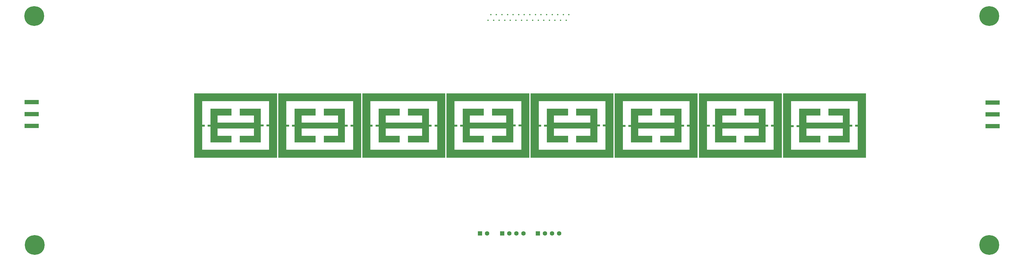
<source format=gbr>
%TF.GenerationSoftware,Altium Limited,Altium Designer,24.4.1 (13)*%
G04 Layer_Color=8388736*
%FSLAX45Y45*%
%MOMM*%
%TF.SameCoordinates,4FF739F8-A24E-4C84-90D3-729B67262028*%
%TF.FilePolarity,Negative*%
%TF.FileFunction,Soldermask,Top*%
%TF.Part,Single*%
G01*
G75*
%TA.AperFunction,ViaPad*%
%ADD25C,0.50000*%
%TA.AperFunction,ConnectorPad*%
%ADD37R,5.18000X1.62000*%
%TA.AperFunction,SMDPad,CuDef*%
%ADD38R,1.50000X0.65000*%
%TA.AperFunction,ComponentPad*%
%ADD39C,7.09999*%
%ADD40C,1.60800*%
%ADD41R,1.60800X1.60800*%
G36*
X11634394Y10171928D02*
X11635336Y10171642D01*
X11636205Y10171177D01*
X11636967Y10170553D01*
X11637591Y10169791D01*
X11638055Y10168923D01*
X11638341Y10167980D01*
X11638438Y10167000D01*
Y7867000D01*
X11638341Y7866020D01*
X11638055Y7865077D01*
X11637591Y7864209D01*
X11636967Y7863447D01*
X11636205Y7862823D01*
X11635336Y7862358D01*
X11634394Y7862072D01*
X11633414Y7861976D01*
X8673414D01*
X8672434Y7862072D01*
X8671492Y7862358D01*
X8670623Y7862823D01*
X8669862Y7863447D01*
X8669237Y7864209D01*
X8668773Y7865077D01*
X8668487Y7866020D01*
X8668390Y7867000D01*
Y10167000D01*
X8668487Y10167980D01*
X8668773Y10168923D01*
X8669237Y10169791D01*
X8669862Y10170553D01*
X8670623Y10171177D01*
X8671492Y10171642D01*
X8672434Y10171928D01*
X8673414Y10172024D01*
X11633414D01*
X11634394Y10171928D01*
D02*
G37*
G36*
X14649011D02*
X14649953Y10171642D01*
X14650822Y10171177D01*
X14651584Y10170553D01*
X14652208Y10169791D01*
X14652672Y10168923D01*
X14652959Y10167980D01*
X14653055Y10167000D01*
Y7867000D01*
X14652959Y7866020D01*
X14652672Y7865077D01*
X14652208Y7864209D01*
X14651584Y7863447D01*
X14650822Y7862823D01*
X14649953Y7862358D01*
X14649011Y7862072D01*
X14648032Y7861976D01*
X11688031D01*
X11687051Y7862072D01*
X11686109Y7862358D01*
X11685240Y7862823D01*
X11684479Y7863447D01*
X11683854Y7864209D01*
X11683390Y7865077D01*
X11683104Y7866020D01*
X11683007Y7867000D01*
Y10167000D01*
X11683104Y10167980D01*
X11683390Y10168923D01*
X11683854Y10169791D01*
X11684479Y10170553D01*
X11685240Y10171177D01*
X11686109Y10171642D01*
X11687051Y10171928D01*
X11688031Y10172024D01*
X14648032D01*
X14649011Y10171928D01*
D02*
G37*
G36*
X17663628D02*
X17664571Y10171642D01*
X17665439Y10171177D01*
X17666200Y10170553D01*
X17666824Y10169791D01*
X17667290Y10168923D01*
X17667577Y10167980D01*
X17667673Y10167000D01*
Y7867000D01*
X17667577Y7866020D01*
X17667290Y7865077D01*
X17666824Y7864209D01*
X17666200Y7863447D01*
X17665439Y7862823D01*
X17664571Y7862358D01*
X17663628Y7862072D01*
X17662648Y7861976D01*
X14702647D01*
X14701668Y7862072D01*
X14700726Y7862358D01*
X14699857Y7862823D01*
X14699097Y7863447D01*
X14698471Y7864209D01*
X14698007Y7865077D01*
X14697720Y7866020D01*
X14697624Y7867000D01*
Y10167000D01*
X14697720Y10167980D01*
X14698007Y10168923D01*
X14698471Y10169791D01*
X14699097Y10170553D01*
X14699857Y10171177D01*
X14700726Y10171642D01*
X14701668Y10171928D01*
X14702647Y10172024D01*
X17662648D01*
X17663628Y10171928D01*
D02*
G37*
G36*
X20678246D02*
X20679187Y10171642D01*
X20680057Y10171177D01*
X20680818Y10170553D01*
X20681442Y10169791D01*
X20681908Y10168923D01*
X20682193Y10167980D01*
X20682289Y10167000D01*
Y7867000D01*
X20682193Y7866020D01*
X20681908Y7865077D01*
X20681442Y7864209D01*
X20680818Y7863447D01*
X20680057Y7862823D01*
X20679187Y7862358D01*
X20678246Y7862072D01*
X20677264Y7861976D01*
X17717265D01*
X17716286Y7862072D01*
X17715343Y7862358D01*
X17714474Y7862823D01*
X17713713Y7863447D01*
X17713087Y7864209D01*
X17712624Y7865077D01*
X17712338Y7866020D01*
X17712241Y7867000D01*
Y10167000D01*
X17712338Y10167980D01*
X17712624Y10168923D01*
X17713087Y10169791D01*
X17713713Y10170553D01*
X17714474Y10171177D01*
X17715343Y10171642D01*
X17716286Y10171928D01*
X17717265Y10172024D01*
X20677264D01*
X20678246Y10171928D01*
D02*
G37*
G36*
X23692862D02*
X23693805Y10171642D01*
X23694673Y10171177D01*
X23695435Y10170553D01*
X23696059Y10169791D01*
X23696524Y10168923D01*
X23696809Y10167980D01*
X23696906Y10167000D01*
Y7867000D01*
X23696809Y7866020D01*
X23696524Y7865077D01*
X23696059Y7864209D01*
X23695435Y7863447D01*
X23694673Y7862823D01*
X23693805Y7862358D01*
X23692862Y7862072D01*
X23691882Y7861976D01*
X20731882D01*
X20730902Y7862072D01*
X20729961Y7862358D01*
X20729091Y7862823D01*
X20728329Y7863447D01*
X20727705Y7864209D01*
X20727242Y7865077D01*
X20726955Y7866020D01*
X20726859Y7867000D01*
Y10167000D01*
X20726955Y10167980D01*
X20727242Y10168923D01*
X20727705Y10169791D01*
X20728329Y10170553D01*
X20729091Y10171177D01*
X20729961Y10171642D01*
X20730902Y10171928D01*
X20731882Y10172024D01*
X23691882D01*
X23692862Y10171928D01*
D02*
G37*
G36*
X26707480D02*
X26708423Y10171642D01*
X26709290Y10171177D01*
X26710052Y10170553D01*
X26710675Y10169791D01*
X26711142Y10168923D01*
X26711426Y10167980D01*
X26711523Y10167000D01*
Y7867000D01*
X26711426Y7866020D01*
X26711142Y7865077D01*
X26710675Y7864209D01*
X26710052Y7863447D01*
X26709290Y7862823D01*
X26708423Y7862358D01*
X26707480Y7862072D01*
X26706500Y7861976D01*
X23746500D01*
X23745518Y7862072D01*
X23744577Y7862358D01*
X23743707Y7862823D01*
X23742947Y7863447D01*
X23742322Y7864209D01*
X23741858Y7865077D01*
X23741573Y7866020D01*
X23741475Y7867000D01*
Y10167000D01*
X23741573Y10167980D01*
X23741858Y10168923D01*
X23742322Y10169791D01*
X23742947Y10170553D01*
X23743707Y10171177D01*
X23744577Y10171642D01*
X23745518Y10171928D01*
X23746500Y10172024D01*
X26706500D01*
X26707480Y10171928D01*
D02*
G37*
G36*
X29725363D02*
X29726306Y10171642D01*
X29727173Y10171177D01*
X29727936Y10170553D01*
X29728558Y10169791D01*
X29729025Y10168923D01*
X29729309Y10167980D01*
X29729407Y10167000D01*
Y7867000D01*
X29729309Y7866020D01*
X29729025Y7865077D01*
X29728558Y7864209D01*
X29727936Y7863447D01*
X29727173Y7862823D01*
X29726306Y7862358D01*
X29725363Y7862072D01*
X29724380Y7861976D01*
X26764383D01*
X26763403Y7862072D01*
X26762460Y7862358D01*
X26761591Y7862823D01*
X26760831Y7863447D01*
X26760205Y7864209D01*
X26759741Y7865077D01*
X26759454Y7866020D01*
X26759357Y7867000D01*
Y10167000D01*
X26759454Y10167980D01*
X26759741Y10168923D01*
X26760205Y10169791D01*
X26760831Y10170553D01*
X26761591Y10171177D01*
X26762460Y10171642D01*
X26763403Y10171928D01*
X26764383Y10172024D01*
X29724380D01*
X29725363Y10171928D01*
D02*
G37*
G36*
X32739978D02*
X32740921Y10171642D01*
X32741791Y10171177D01*
X32742551Y10170553D01*
X32743176Y10169791D01*
X32743640Y10168923D01*
X32743927Y10167980D01*
X32744022Y10167000D01*
Y7867000D01*
X32743927Y7866020D01*
X32743640Y7865077D01*
X32743176Y7864209D01*
X32742551Y7863447D01*
X32741791Y7862823D01*
X32740921Y7862358D01*
X32739978Y7862072D01*
X32738998Y7861976D01*
X29778998D01*
X29778018Y7862072D01*
X29777078Y7862358D01*
X29776208Y7862823D01*
X29775446Y7863447D01*
X29774823Y7864209D01*
X29774359Y7865077D01*
X29774072Y7866020D01*
X29773975Y7867000D01*
Y10167000D01*
X29774072Y10167980D01*
X29774359Y10168923D01*
X29774823Y10169791D01*
X29775446Y10170553D01*
X29776208Y10171177D01*
X29777078Y10171642D01*
X29778018Y10171928D01*
X29778998Y10172024D01*
X32738998D01*
X32739978Y10171928D01*
D02*
G37*
%LPC*%
G36*
X11348390Y9891976D02*
X8958438D01*
Y8152024D01*
X11348390D01*
Y9891976D01*
D02*
G37*
%LPD*%
G36*
X11054394Y9621928D02*
X11055337Y9621642D01*
X11056205Y9621177D01*
X11056967Y9620553D01*
X11057591Y9619791D01*
X11058056Y9618923D01*
X11058342Y9617980D01*
X11058438Y9617000D01*
Y8417000D01*
X11058342Y8416020D01*
X11058056Y8415077D01*
X11057591Y8414209D01*
X11056967Y8413447D01*
X11056205Y8412823D01*
X11055337Y8412358D01*
X11054394Y8412072D01*
X11053414Y8411976D01*
X10303414D01*
X10302434Y8412072D01*
X10301491Y8412358D01*
X10300623Y8412823D01*
X10299861Y8413447D01*
X10299237Y8414209D01*
X10298772Y8415077D01*
X10298486Y8416020D01*
X10298390Y8417000D01*
Y8647000D01*
X10298486Y8647980D01*
X10298772Y8648923D01*
X10299237Y8649791D01*
X10299861Y8650553D01*
X10300623Y8651177D01*
X10301491Y8651642D01*
X10302434Y8651928D01*
X10303414Y8652024D01*
X10808390D01*
Y8911976D01*
X9508438D01*
Y8652024D01*
X10003414D01*
X10004394Y8651928D01*
X10005337Y8651642D01*
X10006205Y8651177D01*
X10006967Y8650553D01*
X10007591Y8649791D01*
X10008056Y8648923D01*
X10008342Y8647980D01*
X10008438Y8647000D01*
Y8417000D01*
X10008342Y8416020D01*
X10008056Y8415077D01*
X10007591Y8414209D01*
X10006967Y8413447D01*
X10006205Y8412823D01*
X10005337Y8412358D01*
X10004394Y8412072D01*
X10003414Y8411976D01*
X9253414D01*
X9252434Y8412072D01*
X9251492Y8412358D01*
X9250623Y8412823D01*
X9249861Y8413447D01*
X9249237Y8414209D01*
X9248772Y8415077D01*
X9248486Y8416020D01*
X9248390Y8417000D01*
Y9617000D01*
X9248486Y9617980D01*
X9248772Y9618923D01*
X9249237Y9619791D01*
X9249861Y9620553D01*
X9250623Y9621177D01*
X9251492Y9621642D01*
X9252434Y9621928D01*
X9253414Y9622024D01*
X10003414D01*
X10004394Y9621928D01*
X10005337Y9621642D01*
X10006205Y9621177D01*
X10006967Y9620553D01*
X10007591Y9619791D01*
X10008056Y9618923D01*
X10008342Y9617980D01*
X10008438Y9617000D01*
Y9387000D01*
X10008342Y9386020D01*
X10008056Y9385077D01*
X10007591Y9384209D01*
X10006967Y9383447D01*
X10006205Y9382823D01*
X10005337Y9382358D01*
X10004394Y9382072D01*
X10003414Y9381976D01*
X9508438D01*
Y9122024D01*
X10808390D01*
Y9381976D01*
X10303414D01*
X10302434Y9382072D01*
X10301491Y9382358D01*
X10300623Y9382823D01*
X10299861Y9383447D01*
X10299237Y9384209D01*
X10298772Y9385077D01*
X10298486Y9386020D01*
X10298390Y9387000D01*
Y9617000D01*
X10298486Y9617980D01*
X10298772Y9618923D01*
X10299237Y9619791D01*
X10299861Y9620553D01*
X10300623Y9621177D01*
X10301491Y9621642D01*
X10302434Y9621928D01*
X10303414Y9622024D01*
X11053414D01*
X11054394Y9621928D01*
D02*
G37*
%LPC*%
G36*
X14363007Y9891976D02*
X11973055D01*
Y8152024D01*
X14363007D01*
Y9891976D01*
D02*
G37*
%LPD*%
G36*
X14069011Y9621928D02*
X14069954Y9621642D01*
X14070822Y9621177D01*
X14071584Y9620553D01*
X14072208Y9619791D01*
X14072673Y9618923D01*
X14072958Y9617980D01*
X14073055Y9617000D01*
Y8417000D01*
X14072958Y8416020D01*
X14072673Y8415077D01*
X14072208Y8414209D01*
X14071584Y8413447D01*
X14070822Y8412823D01*
X14069954Y8412358D01*
X14069011Y8412072D01*
X14068031Y8411976D01*
X13318031D01*
X13317052Y8412072D01*
X13316109Y8412358D01*
X13315240Y8412823D01*
X13314478Y8413447D01*
X13313853Y8414209D01*
X13313390Y8415077D01*
X13313103Y8416020D01*
X13313007Y8417000D01*
Y8647000D01*
X13313103Y8647980D01*
X13313390Y8648923D01*
X13313853Y8649791D01*
X13314478Y8650553D01*
X13315240Y8651177D01*
X13316109Y8651642D01*
X13317052Y8651928D01*
X13318031Y8652024D01*
X13823007D01*
Y8911976D01*
X12523055D01*
Y8652024D01*
X13018031D01*
X13019011Y8651928D01*
X13019954Y8651642D01*
X13020822Y8651177D01*
X13021584Y8650553D01*
X13022208Y8649791D01*
X13022673Y8648923D01*
X13022958Y8647980D01*
X13023055Y8647000D01*
Y8417000D01*
X13022958Y8416020D01*
X13022673Y8415077D01*
X13022208Y8414209D01*
X13021584Y8413447D01*
X13020822Y8412823D01*
X13019954Y8412358D01*
X13019011Y8412072D01*
X13018031Y8411976D01*
X12268031D01*
X12267051Y8412072D01*
X12266109Y8412358D01*
X12265240Y8412823D01*
X12264478Y8413447D01*
X12263854Y8414209D01*
X12263389Y8415077D01*
X12263103Y8416020D01*
X12263007Y8417000D01*
Y9617000D01*
X12263103Y9617980D01*
X12263389Y9618923D01*
X12263854Y9619791D01*
X12264478Y9620553D01*
X12265240Y9621177D01*
X12266109Y9621642D01*
X12267051Y9621928D01*
X12268031Y9622024D01*
X13018031D01*
X13019011Y9621928D01*
X13019954Y9621642D01*
X13020822Y9621177D01*
X13021584Y9620553D01*
X13022208Y9619791D01*
X13022673Y9618923D01*
X13022958Y9617980D01*
X13023055Y9617000D01*
Y9387000D01*
X13022958Y9386020D01*
X13022673Y9385077D01*
X13022208Y9384209D01*
X13021584Y9383447D01*
X13020822Y9382823D01*
X13019954Y9382358D01*
X13019011Y9382072D01*
X13018031Y9381976D01*
X12523055D01*
Y9122024D01*
X13823007D01*
Y9381976D01*
X13318031D01*
X13317052Y9382072D01*
X13316109Y9382358D01*
X13315240Y9382823D01*
X13314478Y9383447D01*
X13313853Y9384209D01*
X13313390Y9385077D01*
X13313103Y9386020D01*
X13313007Y9387000D01*
Y9617000D01*
X13313103Y9617980D01*
X13313390Y9618923D01*
X13313853Y9619791D01*
X13314478Y9620553D01*
X13315240Y9621177D01*
X13316109Y9621642D01*
X13317052Y9621928D01*
X13318031Y9622024D01*
X14068031D01*
X14069011Y9621928D01*
D02*
G37*
%LPC*%
G36*
X17377625Y9891976D02*
X14987672D01*
Y8152024D01*
X17377625D01*
Y9891976D01*
D02*
G37*
%LPD*%
G36*
X17083627Y9621928D02*
X17084570Y9621642D01*
X17085439Y9621177D01*
X17086201Y9620553D01*
X17086826Y9619791D01*
X17087289Y9618923D01*
X17087576Y9617980D01*
X17087672Y9617000D01*
Y8417000D01*
X17087576Y8416020D01*
X17087289Y8415077D01*
X17086826Y8414209D01*
X17086201Y8413447D01*
X17085439Y8412823D01*
X17084570Y8412358D01*
X17083627Y8412072D01*
X17082648Y8411976D01*
X16332648D01*
X16331668Y8412072D01*
X16330727Y8412358D01*
X16329857Y8412823D01*
X16329095Y8413447D01*
X16328471Y8414209D01*
X16328006Y8415077D01*
X16327721Y8416020D01*
X16327625Y8417000D01*
Y8647000D01*
X16327721Y8647980D01*
X16328006Y8648923D01*
X16328471Y8649791D01*
X16329095Y8650553D01*
X16329857Y8651177D01*
X16330727Y8651642D01*
X16331668Y8651928D01*
X16332648Y8652024D01*
X16837624D01*
Y8911976D01*
X15537672D01*
Y8652024D01*
X16032648D01*
X16033627Y8651928D01*
X16034570Y8651642D01*
X16035439Y8651177D01*
X16036201Y8650553D01*
X16036826Y8649791D01*
X16037289Y8648923D01*
X16037576Y8647980D01*
X16037672Y8647000D01*
Y8417000D01*
X16037576Y8416020D01*
X16037289Y8415077D01*
X16036826Y8414209D01*
X16036201Y8413447D01*
X16035439Y8412823D01*
X16034570Y8412358D01*
X16033627Y8412072D01*
X16032648Y8411976D01*
X15282648D01*
X15281668Y8412072D01*
X15280727Y8412358D01*
X15279857Y8412823D01*
X15279095Y8413447D01*
X15278471Y8414209D01*
X15278008Y8415077D01*
X15277721Y8416020D01*
X15277625Y8417000D01*
Y9617000D01*
X15277721Y9617980D01*
X15278008Y9618923D01*
X15278471Y9619791D01*
X15279095Y9620553D01*
X15279857Y9621177D01*
X15280727Y9621642D01*
X15281668Y9621928D01*
X15282648Y9622024D01*
X16032648D01*
X16033627Y9621928D01*
X16034570Y9621642D01*
X16035439Y9621177D01*
X16036201Y9620553D01*
X16036826Y9619791D01*
X16037289Y9618923D01*
X16037576Y9617980D01*
X16037672Y9617000D01*
Y9387000D01*
X16037576Y9386020D01*
X16037289Y9385077D01*
X16036826Y9384209D01*
X16036201Y9383447D01*
X16035439Y9382823D01*
X16034570Y9382358D01*
X16033627Y9382072D01*
X16032648Y9381976D01*
X15537672D01*
Y9122024D01*
X16837624D01*
Y9381976D01*
X16332648D01*
X16331668Y9382072D01*
X16330727Y9382358D01*
X16329857Y9382823D01*
X16329095Y9383447D01*
X16328471Y9384209D01*
X16328006Y9385077D01*
X16327721Y9386020D01*
X16327625Y9387000D01*
Y9617000D01*
X16327721Y9617980D01*
X16328006Y9618923D01*
X16328471Y9619791D01*
X16329095Y9620553D01*
X16329857Y9621177D01*
X16330727Y9621642D01*
X16331668Y9621928D01*
X16332648Y9622024D01*
X17082648D01*
X17083627Y9621928D01*
D02*
G37*
%LPC*%
G36*
X20392241Y9891976D02*
X18002289D01*
Y8152024D01*
X20392241D01*
Y9891976D01*
D02*
G37*
%LPD*%
G36*
X20098245Y9621928D02*
X20099188Y9621642D01*
X20100056Y9621177D01*
X20100818Y9620553D01*
X20101442Y9619791D01*
X20101907Y9618923D01*
X20102193Y9617980D01*
X20102289Y9617000D01*
Y8417000D01*
X20102193Y8416020D01*
X20101907Y8415077D01*
X20101442Y8414209D01*
X20100818Y8413447D01*
X20100056Y8412823D01*
X20099188Y8412358D01*
X20098245Y8412072D01*
X20097266Y8411976D01*
X19347266D01*
X19346284Y8412072D01*
X19345343Y8412358D01*
X19344473Y8412823D01*
X19343712Y8413447D01*
X19343088Y8414209D01*
X19342622Y8415077D01*
X19342337Y8416020D01*
X19342241Y8417000D01*
Y8647000D01*
X19342337Y8647980D01*
X19342622Y8648923D01*
X19343088Y8649791D01*
X19343712Y8650553D01*
X19344473Y8651177D01*
X19345343Y8651642D01*
X19346284Y8651928D01*
X19347266Y8652024D01*
X19852242D01*
Y8911976D01*
X18552289D01*
Y8652024D01*
X19047266D01*
X19048245Y8651928D01*
X19049188Y8651642D01*
X19050056Y8651177D01*
X19050818Y8650553D01*
X19051442Y8649791D01*
X19051907Y8648923D01*
X19052193Y8647980D01*
X19052289Y8647000D01*
Y8417000D01*
X19052193Y8416020D01*
X19051907Y8415077D01*
X19051442Y8414209D01*
X19050818Y8413447D01*
X19050056Y8412823D01*
X19049188Y8412358D01*
X19048245Y8412072D01*
X19047266Y8411976D01*
X18297266D01*
X18296284Y8412072D01*
X18295343Y8412358D01*
X18294473Y8412823D01*
X18293712Y8413447D01*
X18293088Y8414209D01*
X18292624Y8415077D01*
X18292339Y8416020D01*
X18292241Y8417000D01*
Y9617000D01*
X18292339Y9617980D01*
X18292624Y9618923D01*
X18293088Y9619791D01*
X18293712Y9620553D01*
X18294473Y9621177D01*
X18295343Y9621642D01*
X18296284Y9621928D01*
X18297266Y9622024D01*
X19047266D01*
X19048245Y9621928D01*
X19049188Y9621642D01*
X19050056Y9621177D01*
X19050818Y9620553D01*
X19051442Y9619791D01*
X19051907Y9618923D01*
X19052193Y9617980D01*
X19052289Y9617000D01*
Y9387000D01*
X19052193Y9386020D01*
X19051907Y9385077D01*
X19051442Y9384209D01*
X19050818Y9383447D01*
X19050056Y9382823D01*
X19049188Y9382358D01*
X19048245Y9382072D01*
X19047266Y9381976D01*
X18552289D01*
Y9122024D01*
X19852242D01*
Y9381976D01*
X19347266D01*
X19346284Y9382072D01*
X19345343Y9382358D01*
X19344473Y9382823D01*
X19343712Y9383447D01*
X19343088Y9384209D01*
X19342622Y9385077D01*
X19342337Y9386020D01*
X19342241Y9387000D01*
Y9617000D01*
X19342337Y9617980D01*
X19342622Y9618923D01*
X19343088Y9619791D01*
X19343712Y9620553D01*
X19344473Y9621177D01*
X19345343Y9621642D01*
X19346284Y9621928D01*
X19347266Y9622024D01*
X20097266D01*
X20098245Y9621928D01*
D02*
G37*
%LPC*%
G36*
X23406857Y9891976D02*
X21016907D01*
Y8152024D01*
X23406857D01*
Y9891976D01*
D02*
G37*
%LPD*%
G36*
X23112862Y9621928D02*
X23113805Y9621642D01*
X23114673Y9621177D01*
X23115434Y9620553D01*
X23116058Y9619791D01*
X23116524Y9618923D01*
X23116811Y9617980D01*
X23116907Y9617000D01*
Y8417000D01*
X23116811Y8416020D01*
X23116524Y8415077D01*
X23116058Y8414209D01*
X23115434Y8413447D01*
X23114673Y8412823D01*
X23113805Y8412358D01*
X23112862Y8412072D01*
X23111882Y8411976D01*
X22361882D01*
X22360902Y8412072D01*
X22359959Y8412358D01*
X22359091Y8412823D01*
X22358328Y8413447D01*
X22357706Y8414209D01*
X22357240Y8415077D01*
X22356955Y8416020D01*
X22356857Y8417000D01*
Y8647000D01*
X22356955Y8647980D01*
X22357240Y8648923D01*
X22357706Y8649791D01*
X22358328Y8650553D01*
X22359091Y8651177D01*
X22359959Y8651642D01*
X22360902Y8651928D01*
X22361882Y8652024D01*
X22866858D01*
Y8911976D01*
X21566907D01*
Y8652024D01*
X22061882D01*
X22062862Y8651928D01*
X22063805Y8651642D01*
X22064673Y8651177D01*
X22065434Y8650553D01*
X22066058Y8649791D01*
X22066524Y8648923D01*
X22066811Y8647980D01*
X22066907Y8647000D01*
Y8417000D01*
X22066811Y8416020D01*
X22066524Y8415077D01*
X22066058Y8414209D01*
X22065434Y8413447D01*
X22064673Y8412823D01*
X22063805Y8412358D01*
X22062862Y8412072D01*
X22061882Y8411976D01*
X21311882D01*
X21310902Y8412072D01*
X21309959Y8412358D01*
X21309091Y8412823D01*
X21308328Y8413447D01*
X21307706Y8414209D01*
X21307240Y8415077D01*
X21306955Y8416020D01*
X21306857Y8417000D01*
Y9617000D01*
X21306955Y9617980D01*
X21307240Y9618923D01*
X21307706Y9619791D01*
X21308328Y9620553D01*
X21309091Y9621177D01*
X21309959Y9621642D01*
X21310902Y9621928D01*
X21311882Y9622024D01*
X22061882D01*
X22062862Y9621928D01*
X22063805Y9621642D01*
X22064673Y9621177D01*
X22065434Y9620553D01*
X22066058Y9619791D01*
X22066524Y9618923D01*
X22066811Y9617980D01*
X22066907Y9617000D01*
Y9387000D01*
X22066811Y9386020D01*
X22066524Y9385077D01*
X22066058Y9384209D01*
X22065434Y9383447D01*
X22064673Y9382823D01*
X22063805Y9382358D01*
X22062862Y9382072D01*
X22061882Y9381976D01*
X21566907D01*
Y9122024D01*
X22866858D01*
Y9381976D01*
X22361882D01*
X22360902Y9382072D01*
X22359959Y9382358D01*
X22359091Y9382823D01*
X22358328Y9383447D01*
X22357706Y9384209D01*
X22357240Y9385077D01*
X22356955Y9386020D01*
X22356857Y9387000D01*
Y9617000D01*
X22356955Y9617980D01*
X22357240Y9618923D01*
X22357706Y9619791D01*
X22358328Y9620553D01*
X22359091Y9621177D01*
X22359959Y9621642D01*
X22360902Y9621928D01*
X22361882Y9622024D01*
X23111882D01*
X23112862Y9621928D01*
D02*
G37*
%LPC*%
G36*
X26421475Y9891976D02*
X24031523D01*
Y8152024D01*
X26421475D01*
Y9891976D01*
D02*
G37*
%LPD*%
G36*
X26127478Y9621928D02*
X26128421Y9621642D01*
X26129291Y9621177D01*
X26130051Y9620553D01*
X26130676Y9619791D01*
X26131140Y9618923D01*
X26131427Y9617980D01*
X26131522Y9617000D01*
Y8417000D01*
X26131427Y8416020D01*
X26131140Y8415077D01*
X26130676Y8414209D01*
X26130051Y8413447D01*
X26129291Y8412823D01*
X26128421Y8412358D01*
X26127478Y8412072D01*
X26126498Y8411976D01*
X25376498D01*
X25375519Y8412072D01*
X25374577Y8412358D01*
X25373708Y8412823D01*
X25372946Y8413447D01*
X25372322Y8414209D01*
X25371858Y8415077D01*
X25371571Y8416020D01*
X25371475Y8417000D01*
Y8647000D01*
X25371571Y8647980D01*
X25371858Y8648923D01*
X25372322Y8649791D01*
X25372946Y8650553D01*
X25373708Y8651177D01*
X25374577Y8651642D01*
X25375519Y8651928D01*
X25376498Y8652024D01*
X25881476D01*
Y8911976D01*
X24581523D01*
Y8652024D01*
X25076498D01*
X25077480Y8651928D01*
X25078423Y8651642D01*
X25079289Y8651177D01*
X25080052Y8650553D01*
X25080676Y8649791D01*
X25081142Y8648923D01*
X25081427Y8647980D01*
X25081523Y8647000D01*
Y8417000D01*
X25081427Y8416020D01*
X25081142Y8415077D01*
X25080676Y8414209D01*
X25080052Y8413447D01*
X25079289Y8412823D01*
X25078423Y8412358D01*
X25077480Y8412072D01*
X25076498Y8411976D01*
X24326498D01*
X24325519Y8412072D01*
X24324577Y8412358D01*
X24323708Y8412823D01*
X24322948Y8413447D01*
X24322322Y8414209D01*
X24321858Y8415077D01*
X24321571Y8416020D01*
X24321475Y8417000D01*
Y9617000D01*
X24321571Y9617980D01*
X24321858Y9618923D01*
X24322322Y9619791D01*
X24322948Y9620553D01*
X24323708Y9621177D01*
X24324577Y9621642D01*
X24325519Y9621928D01*
X24326498Y9622024D01*
X25076498D01*
X25077480Y9621928D01*
X25078423Y9621642D01*
X25079289Y9621177D01*
X25080052Y9620553D01*
X25080676Y9619791D01*
X25081142Y9618923D01*
X25081427Y9617980D01*
X25081523Y9617000D01*
Y9387000D01*
X25081427Y9386020D01*
X25081142Y9385077D01*
X25080676Y9384209D01*
X25080052Y9383447D01*
X25079289Y9382823D01*
X25078423Y9382358D01*
X25077480Y9382072D01*
X25076498Y9381976D01*
X24581523D01*
Y9122024D01*
X25881476D01*
Y9381976D01*
X25376498D01*
X25375519Y9382072D01*
X25374577Y9382358D01*
X25373708Y9382823D01*
X25372946Y9383447D01*
X25372322Y9384209D01*
X25371858Y9385077D01*
X25371571Y9386020D01*
X25371475Y9387000D01*
Y9617000D01*
X25371571Y9617980D01*
X25371858Y9618923D01*
X25372322Y9619791D01*
X25372946Y9620553D01*
X25373708Y9621177D01*
X25374577Y9621642D01*
X25375519Y9621928D01*
X25376498Y9622024D01*
X26126498D01*
X26127478Y9621928D01*
D02*
G37*
%LPC*%
G36*
X29439359Y9891976D02*
X27049405D01*
Y8152024D01*
X29439359D01*
Y9891976D01*
D02*
G37*
%LPD*%
G36*
X29145361Y9621928D02*
X29146304Y9621642D01*
X29147174Y9621177D01*
X29147934Y9620553D01*
X29148560Y9619791D01*
X29149023Y9618923D01*
X29149310Y9617980D01*
X29149405Y9617000D01*
Y8417000D01*
X29149310Y8416020D01*
X29149023Y8415077D01*
X29148560Y8414209D01*
X29147934Y8413447D01*
X29147174Y8412823D01*
X29146304Y8412358D01*
X29145361Y8412072D01*
X29144382Y8411976D01*
X28394382D01*
X28393402Y8412072D01*
X28392459Y8412358D01*
X28391592Y8412823D01*
X28390829Y8413447D01*
X28390204Y8414209D01*
X28389740Y8415077D01*
X28389456Y8416020D01*
X28389359Y8417000D01*
Y8647000D01*
X28389456Y8647980D01*
X28389740Y8648923D01*
X28390204Y8649791D01*
X28390829Y8650553D01*
X28391592Y8651177D01*
X28392459Y8651642D01*
X28393402Y8651928D01*
X28394382Y8652024D01*
X28899359D01*
Y8911976D01*
X27599405D01*
Y8652024D01*
X28094382D01*
X28095361Y8651928D01*
X28096304Y8651642D01*
X28097174Y8651177D01*
X28097934Y8650553D01*
X28098560Y8649791D01*
X28099023Y8648923D01*
X28099310Y8647980D01*
X28099405Y8647000D01*
Y8417000D01*
X28099310Y8416020D01*
X28099023Y8415077D01*
X28098560Y8414209D01*
X28097934Y8413447D01*
X28097174Y8412823D01*
X28096304Y8412358D01*
X28095361Y8412072D01*
X28094382Y8411976D01*
X27344382D01*
X27343402Y8412072D01*
X27342459Y8412358D01*
X27341592Y8412823D01*
X27340829Y8413447D01*
X27340204Y8414209D01*
X27339740Y8415077D01*
X27339456Y8416020D01*
X27339359Y8417000D01*
Y9617000D01*
X27339456Y9617980D01*
X27339740Y9618923D01*
X27340204Y9619791D01*
X27340829Y9620553D01*
X27341592Y9621177D01*
X27342459Y9621642D01*
X27343402Y9621928D01*
X27344382Y9622024D01*
X28094382D01*
X28095361Y9621928D01*
X28096304Y9621642D01*
X28097174Y9621177D01*
X28097934Y9620553D01*
X28098560Y9619791D01*
X28099023Y9618923D01*
X28099310Y9617980D01*
X28099405Y9617000D01*
Y9387000D01*
X28099310Y9386020D01*
X28099023Y9385077D01*
X28098560Y9384209D01*
X28097934Y9383447D01*
X28097174Y9382823D01*
X28096304Y9382358D01*
X28095361Y9382072D01*
X28094382Y9381976D01*
X27599405D01*
Y9122024D01*
X28899359D01*
Y9381976D01*
X28394382D01*
X28393402Y9382072D01*
X28392459Y9382358D01*
X28391592Y9382823D01*
X28390829Y9383447D01*
X28390204Y9384209D01*
X28389740Y9385077D01*
X28389456Y9386020D01*
X28389359Y9387000D01*
Y9617000D01*
X28389456Y9617980D01*
X28389740Y9618923D01*
X28390204Y9619791D01*
X28390829Y9620553D01*
X28391592Y9621177D01*
X28392459Y9621642D01*
X28393402Y9621928D01*
X28394382Y9622024D01*
X29144382D01*
X29145361Y9621928D01*
D02*
G37*
%LPC*%
G36*
X32453976Y9891976D02*
X30064023D01*
Y8152024D01*
X32453976D01*
Y9891976D01*
D02*
G37*
%LPD*%
G36*
X32159979Y9621928D02*
X32160922Y9621642D01*
X32161789Y9621177D01*
X32162552Y9620553D01*
X32163177Y9619791D01*
X32163641Y9618923D01*
X32163928Y9617980D01*
X32164023Y9617000D01*
Y8417000D01*
X32163928Y8416020D01*
X32163641Y8415077D01*
X32163177Y8414209D01*
X32162552Y8413447D01*
X32161789Y8412823D01*
X32160922Y8412358D01*
X32159979Y8412072D01*
X32159000Y8411976D01*
X31409000D01*
X31408020Y8412072D01*
X31407077Y8412358D01*
X31406207Y8412823D01*
X31405447Y8413447D01*
X31404822Y8414209D01*
X31404358Y8415077D01*
X31404071Y8416020D01*
X31403976Y8417000D01*
Y8647000D01*
X31404071Y8647980D01*
X31404358Y8648923D01*
X31404822Y8649791D01*
X31405447Y8650553D01*
X31406207Y8651177D01*
X31407077Y8651642D01*
X31408020Y8651928D01*
X31409000Y8652024D01*
X31913974D01*
Y8911976D01*
X30614023D01*
Y8652024D01*
X31109000D01*
X31109979Y8651928D01*
X31110922Y8651642D01*
X31111789Y8651177D01*
X31112552Y8650553D01*
X31113177Y8649791D01*
X31113641Y8648923D01*
X31113928Y8647980D01*
X31114023Y8647000D01*
Y8417000D01*
X31113928Y8416020D01*
X31113641Y8415077D01*
X31113177Y8414209D01*
X31112552Y8413447D01*
X31111789Y8412823D01*
X31110922Y8412358D01*
X31109979Y8412072D01*
X31109000Y8411976D01*
X30359000D01*
X30358020Y8412072D01*
X30357077Y8412358D01*
X30356207Y8412823D01*
X30355447Y8413447D01*
X30354822Y8414209D01*
X30354358Y8415077D01*
X30354071Y8416020D01*
X30353976Y8417000D01*
Y9617000D01*
X30354071Y9617980D01*
X30354358Y9618923D01*
X30354822Y9619791D01*
X30355447Y9620553D01*
X30356207Y9621177D01*
X30357077Y9621642D01*
X30358020Y9621928D01*
X30359000Y9622024D01*
X31109000D01*
X31109979Y9621928D01*
X31110922Y9621642D01*
X31111789Y9621177D01*
X31112552Y9620553D01*
X31113177Y9619791D01*
X31113641Y9618923D01*
X31113928Y9617980D01*
X31114023Y9617000D01*
Y9387000D01*
X31113928Y9386020D01*
X31113641Y9385077D01*
X31113177Y9384209D01*
X31112552Y9383447D01*
X31111789Y9382823D01*
X31110922Y9382358D01*
X31109979Y9382072D01*
X31109000Y9381976D01*
X30614023D01*
Y9122024D01*
X31913974D01*
Y9381976D01*
X31409000D01*
X31408020Y9382072D01*
X31407077Y9382358D01*
X31406207Y9382823D01*
X31405447Y9383447D01*
X31404822Y9384209D01*
X31404358Y9385077D01*
X31404071Y9386020D01*
X31403976Y9387000D01*
Y9617000D01*
X31404071Y9617980D01*
X31404358Y9618923D01*
X31404822Y9619791D01*
X31405447Y9620553D01*
X31406207Y9621177D01*
X31407077Y9621642D01*
X31408020Y9621928D01*
X31409000Y9622024D01*
X32159000D01*
X32159979Y9621928D01*
D02*
G37*
D25*
X22100012Y13000008D02*
D03*
X22000012Y12800008D02*
D03*
X21900012Y13000008D02*
D03*
X21800012Y12800008D02*
D03*
X21700012Y13000008D02*
D03*
X21600012Y12800008D02*
D03*
X21500012Y13000008D02*
D03*
X21400012Y12800008D02*
D03*
X21300012Y13000008D02*
D03*
X21200011Y12800008D02*
D03*
X21100011Y13000008D02*
D03*
X21000011Y12800008D02*
D03*
X20900011Y13000008D02*
D03*
X20800011Y12800008D02*
D03*
X20700011Y13000008D02*
D03*
X20600011Y12800008D02*
D03*
X20500011Y13000008D02*
D03*
X20400011Y12800008D02*
D03*
X20300011Y13000008D02*
D03*
X20200011Y12800008D02*
D03*
X20100011Y13000008D02*
D03*
X20000011Y12800008D02*
D03*
X19900011Y13000008D02*
D03*
X19800011Y12800008D02*
D03*
X19700011Y13000008D02*
D03*
X19600011Y12800008D02*
D03*
X19500011Y13000008D02*
D03*
X19400011Y12800008D02*
D03*
X19300011Y13000008D02*
D03*
X19200011Y12800008D02*
D03*
D37*
X2841500Y9008500D02*
D03*
Y9432500D02*
D03*
Y9856500D02*
D03*
X37283499Y8996000D02*
D03*
Y9420000D02*
D03*
Y9844000D02*
D03*
D38*
X32437500Y9012500D02*
D03*
X32182501D02*
D03*
X27327499Y9015000D02*
D03*
X27072501D02*
D03*
X26407501Y9017500D02*
D03*
X26152499D02*
D03*
X9227500Y9015000D02*
D03*
X8972500D02*
D03*
X30337500Y9000000D02*
D03*
X30082501D02*
D03*
X29164999Y9012500D02*
D03*
X29420001D02*
D03*
X24050000Y9005000D02*
D03*
X24305000D02*
D03*
X23137500Y9020000D02*
D03*
X23392500D02*
D03*
X21287500Y9010000D02*
D03*
X21032500D02*
D03*
X20117500Y9025000D02*
D03*
X20372501D02*
D03*
X18277499Y9015000D02*
D03*
X18022501D02*
D03*
X17105000D02*
D03*
X17360001D02*
D03*
X15242500Y9010000D02*
D03*
X14987500D02*
D03*
X14092500D02*
D03*
X14347501D02*
D03*
X12247500Y9012500D02*
D03*
X11992500D02*
D03*
X11077500Y9022500D02*
D03*
X11332500D02*
D03*
D39*
X37164999Y4732500D02*
D03*
Y12952499D02*
D03*
X2955000Y4732500D02*
D03*
X2937500Y12952499D02*
D03*
D40*
X19164999Y5142500D02*
D03*
X19959500D02*
D03*
X20213499D02*
D03*
X20467500D02*
D03*
X21245000D02*
D03*
X21499001D02*
D03*
X21753000D02*
D03*
D41*
X18911000D02*
D03*
X19705499D02*
D03*
X20991000D02*
D03*
%TF.MD5,357187f837f22b5afbc3b9ca0aecdc36*%
M02*

</source>
